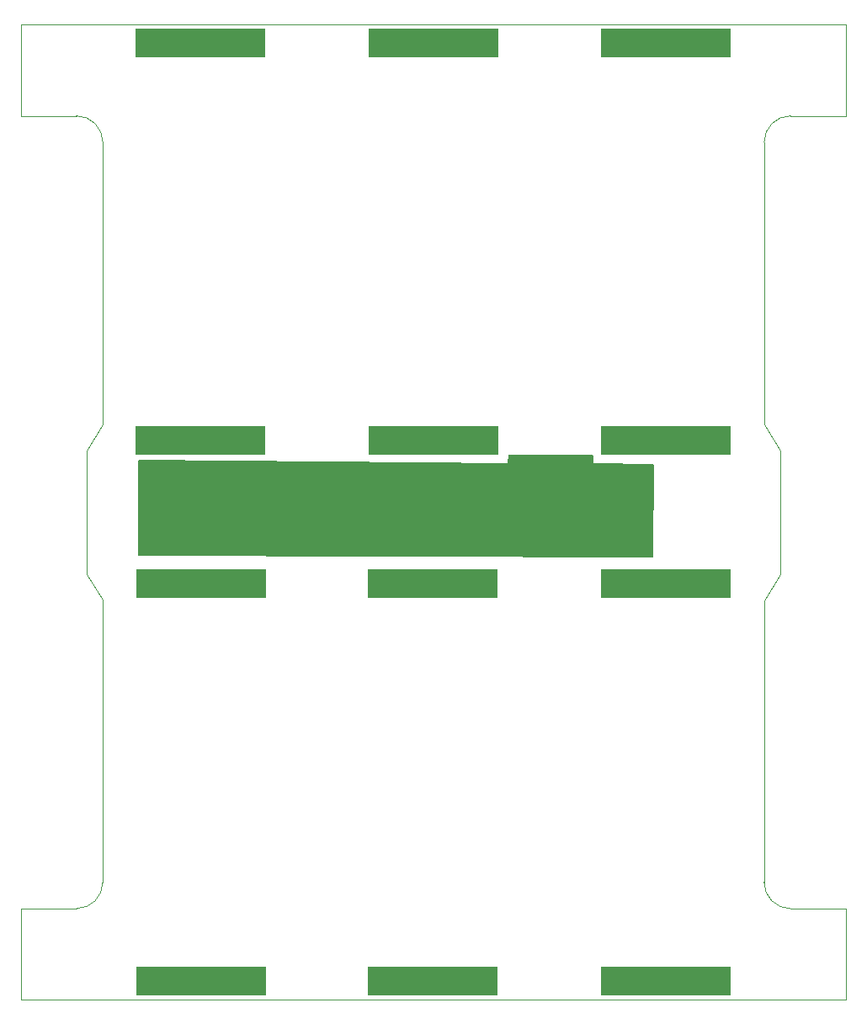
<source format=gtp>
%TF.GenerationSoftware,KiCad,Pcbnew,9.0.0*%
%TF.CreationDate,2025-10-14T23:46:53-07:00*%
%TF.ProjectId,XY_V3_Stencil,58595f56-335f-4537-9465-6e63696c2e6b,3.0*%
%TF.SameCoordinates,Original*%
%TF.FileFunction,Paste,Top*%
%TF.FilePolarity,Positive*%
%FSLAX46Y46*%
G04 Gerber Fmt 4.6, Leading zero omitted, Abs format (unit mm)*
G04 Created by KiCad (PCBNEW 9.0.0) date 2025-10-14 23:46:53*
%MOMM*%
%LPD*%
G01*
G04 APERTURE LIST*
G04 Aperture macros list*
%AMRoundRect*
0 Rectangle with rounded corners*
0 $1 Rounding radius*
0 $2 $3 $4 $5 $6 $7 $8 $9 X,Y pos of 4 corners*
0 Add a 4 corners polygon primitive as box body*
4,1,4,$2,$3,$4,$5,$6,$7,$8,$9,$2,$3,0*
0 Add four circle primitives for the rounded corners*
1,1,$1+$1,$2,$3*
1,1,$1+$1,$4,$5*
1,1,$1+$1,$6,$7*
1,1,$1+$1,$8,$9*
0 Add four rect primitives between the rounded corners*
20,1,$1+$1,$2,$3,$4,$5,0*
20,1,$1+$1,$4,$5,$6,$7,0*
20,1,$1+$1,$6,$7,$8,$9,0*
20,1,$1+$1,$8,$9,$2,$3,0*%
G04 Aperture macros list end*
%ADD10R,13.000000X3.000000*%
%ADD11RoundRect,0.750000X0.750000X-0.750000X0.750000X0.750000X-0.750000X0.750000X-0.750000X-0.750000X0*%
%ADD12R,0.790000X0.850000*%
%ADD13R,0.850000X0.790000*%
%ADD14RoundRect,0.087500X-0.250000X-0.087500X0.250000X-0.087500X0.250000X0.087500X-0.250000X0.087500X0*%
%ADD15R,2.500000X1.700000*%
%ADD16O,1.690000X0.360000*%
%ADD17RoundRect,0.225000X-0.225000X-0.250000X0.225000X-0.250000X0.225000X0.250000X-0.225000X0.250000X0*%
%ADD18RoundRect,0.200000X0.275000X-0.200000X0.275000X0.200000X-0.275000X0.200000X-0.275000X-0.200000X0*%
%ADD19RoundRect,0.225000X-0.250000X0.225000X-0.250000X-0.225000X0.250000X-0.225000X0.250000X0.225000X0*%
%ADD20RoundRect,0.250000X0.250000X0.475000X-0.250000X0.475000X-0.250000X-0.475000X0.250000X-0.475000X0*%
%ADD21RoundRect,0.200000X-0.275000X0.200000X-0.275000X-0.200000X0.275000X-0.200000X0.275000X0.200000X0*%
%ADD22RoundRect,0.200000X-0.200000X-0.275000X0.200000X-0.275000X0.200000X0.275000X-0.200000X0.275000X0*%
%ADD23RoundRect,0.225000X0.225000X0.250000X-0.225000X0.250000X-0.225000X-0.250000X0.225000X-0.250000X0*%
%ADD24RoundRect,0.218750X0.218750X0.256250X-0.218750X0.256250X-0.218750X-0.256250X0.218750X-0.256250X0*%
%ADD25RoundRect,0.075000X-0.650000X-0.075000X0.650000X-0.075000X0.650000X0.075000X-0.650000X0.075000X0*%
%TA.AperFunction,Profile*%
%ADD26C,0.050000*%
%TD*%
G04 APERTURE END LIST*
D10*
%TO.C,SC5*%
X167860000Y-67570000D03*
X167860000Y-107570000D03*
%TD*%
D11*
%TO.C,TP1*%
X118370000Y-112450000D03*
%TD*%
D12*
%TO.C,U7*%
X152940000Y-112600000D03*
D13*
X152500000Y-111450000D03*
X151300000Y-111450000D03*
D12*
X150860000Y-112600000D03*
D13*
X151300000Y-113750000D03*
X152500000Y-113750000D03*
%TD*%
D14*
%TO.C,U2*%
X154537500Y-115500000D03*
X154537500Y-116000000D03*
X154537500Y-116500000D03*
X155962500Y-116500000D03*
X155962500Y-116000000D03*
X155962500Y-115500000D03*
%TD*%
D15*
%TO.C,D3*%
X126400000Y-118000000D03*
X130400000Y-118000000D03*
%TD*%
D16*
%TO.C,U4*%
X135350000Y-110270000D03*
X135350000Y-110930000D03*
X135350000Y-111580000D03*
X135350000Y-112230000D03*
X139650000Y-112230000D03*
X139650000Y-111580000D03*
X139650000Y-110930000D03*
X139650000Y-110270000D03*
%TD*%
D17*
%TO.C,C6*%
X136475000Y-113750000D03*
X138025000Y-113750000D03*
%TD*%
D11*
%TO.C,TP2*%
X118360000Y-117050000D03*
%TD*%
D15*
%TO.C,D1*%
X126360000Y-111540000D03*
X130360000Y-111540000D03*
%TD*%
D10*
%TO.C,SC3*%
X144490000Y-67570000D03*
X144490000Y-107570000D03*
%TD*%
D18*
%TO.C,R2*%
X134500000Y-115825000D03*
X134500000Y-114175000D03*
%TD*%
D10*
%TO.C,SC4*%
X144450000Y-121940000D03*
X144450000Y-161940000D03*
%TD*%
%TO.C,SC2*%
X121120000Y-121920000D03*
X121120000Y-161920000D03*
%TD*%
D17*
%TO.C,C4*%
X154125000Y-113600000D03*
X155675000Y-113600000D03*
%TD*%
D15*
%TO.C,D2*%
X126360000Y-114750000D03*
X130360000Y-114750000D03*
%TD*%
D10*
%TO.C,SC6*%
X167850000Y-121950000D03*
X167850000Y-161950000D03*
%TD*%
D19*
%TO.C,C2*%
X157250000Y-116500000D03*
X157250000Y-118050000D03*
%TD*%
D20*
%TO.C,C5*%
X159050000Y-111500000D03*
X157150000Y-111500000D03*
%TD*%
D21*
%TO.C,R4*%
X139750000Y-113675000D03*
X139750000Y-115325000D03*
%TD*%
D22*
%TO.C,R6*%
X152675000Y-109750000D03*
X154325000Y-109750000D03*
%TD*%
%TO.C,R5*%
X158175000Y-109750000D03*
X159825000Y-109750000D03*
%TD*%
D23*
%TO.C,C3*%
X163175000Y-111500000D03*
X161625000Y-111500000D03*
%TD*%
D24*
%TO.C,D4*%
X145250000Y-118000000D03*
X143674998Y-118000000D03*
%TD*%
D10*
%TO.C,SC1*%
X121090000Y-67570000D03*
X121090000Y-107570000D03*
%TD*%
D22*
%TO.C,R1*%
X140425000Y-118000000D03*
X142075000Y-118000000D03*
%TD*%
D25*
%TO.C,U3*%
X158980000Y-113350000D03*
X158980000Y-113850000D03*
X158980000Y-114350000D03*
X158980000Y-114850000D03*
X158980000Y-115350000D03*
X163380000Y-115350000D03*
X163380000Y-114850000D03*
X163380000Y-114350000D03*
X163380000Y-113850000D03*
X163380000Y-113350000D03*
%TD*%
G36*
X151991918Y-109799659D02*
G01*
X151994737Y-109671874D01*
X152015895Y-109605285D01*
X152069695Y-109560705D01*
X152119639Y-109550612D01*
X160494072Y-109613566D01*
X160560962Y-109633753D01*
X160606318Y-109686900D01*
X160617062Y-109733167D01*
X160621720Y-109864532D01*
X166546558Y-109909072D01*
X166613448Y-109929259D01*
X166658804Y-109982406D01*
X166669625Y-110033445D01*
X166641756Y-119211284D01*
X166621868Y-119278263D01*
X166568926Y-119323857D01*
X166517303Y-119334906D01*
X114866413Y-119145818D01*
X114799446Y-119125888D01*
X114753885Y-119072917D01*
X114742869Y-119021204D01*
X114789383Y-109644315D01*
X114809399Y-109577374D01*
X114862430Y-109531882D01*
X114914313Y-109520934D01*
X151991918Y-109799659D01*
G37*
G36*
X160537242Y-108989745D02*
G01*
X160583058Y-109042496D01*
X160594246Y-109089745D01*
X160621720Y-109864532D01*
X160753163Y-109865520D01*
X160820052Y-109885707D01*
X160865409Y-109938854D01*
X160876153Y-109985121D01*
X160889410Y-110358935D01*
X160887886Y-110383198D01*
X160878166Y-110443080D01*
X160861248Y-110488404D01*
X160835899Y-110529418D01*
X160802920Y-110564823D01*
X160763807Y-110593012D01*
X160719793Y-110613098D01*
X160662360Y-110626655D01*
X160633300Y-110629971D01*
X151991058Y-110590053D01*
X151966880Y-110587559D01*
X151907431Y-110575449D01*
X151862813Y-110556725D01*
X151822851Y-110529754D01*
X151788802Y-110495389D01*
X151762200Y-110455177D01*
X151743890Y-110410388D01*
X151732504Y-110351727D01*
X151730262Y-110325366D01*
X151739204Y-109919960D01*
X151760362Y-109853371D01*
X151814162Y-109808791D01*
X151864107Y-109798698D01*
X151991919Y-109799659D01*
X152007328Y-109101123D01*
X152028486Y-109034534D01*
X152082287Y-108989955D01*
X152131153Y-108979858D01*
X160470179Y-108970139D01*
X160537242Y-108989745D01*
G37*
D26*
X186000000Y-65750000D02*
X103000000Y-65750000D01*
X108580000Y-74920000D02*
X103000000Y-74920000D01*
X108580000Y-74920000D02*
G75*
G02*
X111239938Y-77570000I15000J-2644900D01*
G01*
X103000000Y-65750000D02*
X103000000Y-74920000D01*
X103000000Y-154620000D02*
X103000000Y-163750000D01*
X186000000Y-74925000D02*
X180420000Y-74925000D01*
X186000000Y-74925000D02*
X186000000Y-65750000D01*
X111240000Y-123595000D02*
X111240000Y-151970000D01*
X109650000Y-108545000D02*
X109650000Y-120995000D01*
X109650000Y-120995000D02*
X111240000Y-123595000D01*
X103000000Y-163750000D02*
X186000000Y-163750000D01*
X186000000Y-163750000D02*
X186000000Y-154625000D01*
X177760000Y-77575000D02*
G75*
G02*
X180420000Y-74925038I2644900J5100D01*
G01*
X109650000Y-108545000D02*
X111240000Y-105945000D01*
X177760000Y-105950000D02*
X179350000Y-108550000D01*
X177760000Y-77575000D02*
X177760000Y-105950000D01*
X111240000Y-151970000D02*
G75*
G02*
X108580000Y-154619962I-2645000J-5000D01*
G01*
X179350000Y-108550000D02*
X179350000Y-121000000D01*
X111240000Y-77570000D02*
X111240000Y-105945000D01*
X180420000Y-154625000D02*
G75*
G02*
X177759963Y-151975000I-14900J2645100D01*
G01*
X103000000Y-154620000D02*
X108580000Y-154620000D01*
X177760000Y-123600000D02*
X177760000Y-151975000D01*
X177760000Y-123600000D02*
X179350000Y-121000000D01*
X180420000Y-154625000D02*
X186000000Y-154625000D01*
M02*

</source>
